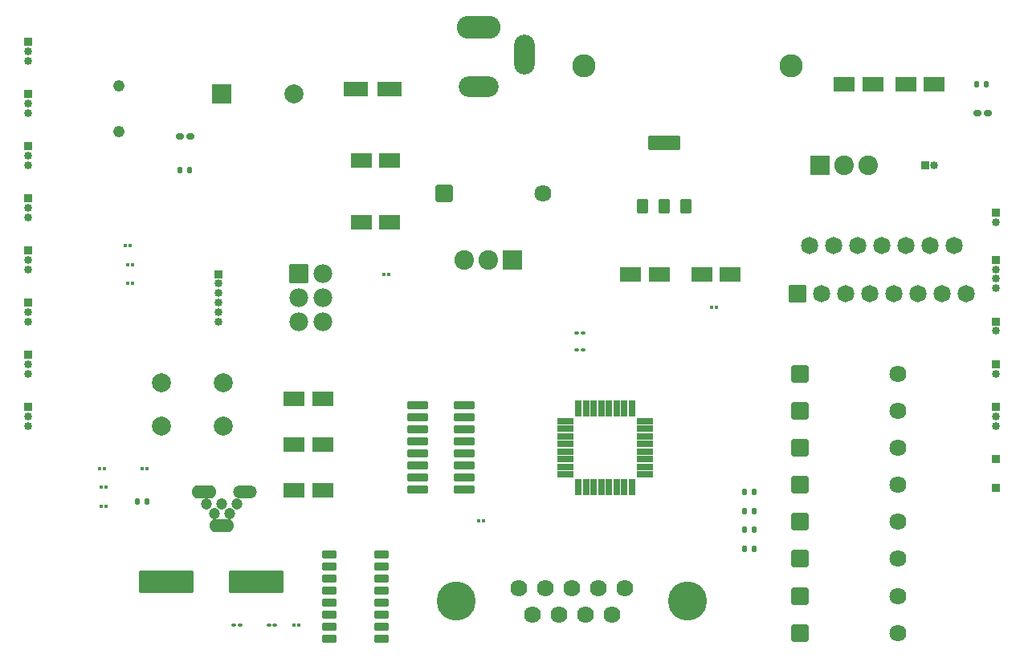
<source format=gbr>
%TF.GenerationSoftware,KiCad,Pcbnew,9.0.1*%
%TF.CreationDate,2026-02-02T13:33:26+05:30*%
%TF.ProjectId,robotics_controller,726f626f-7469-4637-935f-636f6e74726f,rev?*%
%TF.SameCoordinates,Original*%
%TF.FileFunction,Soldermask,Top*%
%TF.FilePolarity,Negative*%
%FSLAX46Y46*%
G04 Gerber Fmt 4.6, Leading zero omitted, Abs format (unit mm)*
G04 Created by KiCad (PCBNEW 9.0.1) date 2026-02-02 13:33:26*
%MOMM*%
%LPD*%
G01*
G04 APERTURE LIST*
G04 Aperture macros list*
%AMRoundRect*
0 Rectangle with rounded corners*
0 $1 Rounding radius*
0 $2 $3 $4 $5 $6 $7 $8 $9 X,Y pos of 4 corners*
0 Add a 4 corners polygon primitive as box body*
4,1,4,$2,$3,$4,$5,$6,$7,$8,$9,$2,$3,0*
0 Add four circle primitives for the rounded corners*
1,1,$1+$1,$2,$3*
1,1,$1+$1,$4,$5*
1,1,$1+$1,$6,$7*
1,1,$1+$1,$8,$9*
0 Add four rect primitives between the rounded corners*
20,1,$1+$1,$2,$3,$4,$5,0*
20,1,$1+$1,$4,$5,$6,$7,0*
20,1,$1+$1,$6,$7,$8,$9,0*
20,1,$1+$1,$8,$9,$2,$3,0*%
G04 Aperture macros list end*
%ADD10RoundRect,0.085050X0.481950X-0.671950X0.481950X0.671950X-0.481950X0.671950X-0.481950X-0.671950X0*%
%ADD11RoundRect,0.113550X1.608450X-0.643450X1.608450X0.643450X-1.608450X0.643450X-1.608450X-0.643450X0*%
%ADD12RoundRect,0.102000X0.930000X0.930000X-0.930000X0.930000X-0.930000X-0.930000X0.930000X-0.930000X0*%
%ADD13C,2.064000*%
%ADD14RoundRect,0.100000X-0.130000X-0.100000X0.130000X-0.100000X0.130000X0.100000X-0.130000X0.100000X0*%
%ADD15R,2.200000X1.600000*%
%ADD16R,0.850000X0.850000*%
%ADD17C,0.850000*%
%ADD18RoundRect,0.075000X-0.125000X-0.075000X0.125000X-0.075000X0.125000X0.075000X-0.125000X0.075000X0*%
%ADD19RoundRect,0.102000X-0.795000X-0.795000X0.795000X-0.795000X0.795000X0.795000X-0.795000X0.795000X0*%
%ADD20C,1.794000*%
%ADD21RoundRect,0.135000X-0.135000X-0.185000X0.135000X-0.185000X0.135000X0.185000X-0.135000X0.185000X0*%
%ADD22RoundRect,0.160000X0.222500X0.160000X-0.222500X0.160000X-0.222500X-0.160000X0.222500X-0.160000X0*%
%ADD23RoundRect,0.102000X-0.889000X-0.889000X0.889000X-0.889000X0.889000X0.889000X-0.889000X0.889000X0*%
%ADD24C,1.982000*%
%ADD25C,4.114800*%
%ADD26C,1.778800*%
%ADD27O,4.604000X2.404000*%
%ADD28O,4.204000X2.204000*%
%ADD29O,2.204000X4.204000*%
%ADD30RoundRect,0.102000X0.810000X-0.810000X0.810000X0.810000X-0.810000X0.810000X-0.810000X-0.810000X0*%
%ADD31C,1.824000*%
%ADD32C,1.204000*%
%ADD33O,2.620000X1.412000*%
%ADD34O,2.504000X1.354000*%
%ADD35RoundRect,0.250000X-1.050000X-0.550000X1.050000X-0.550000X1.050000X0.550000X-1.050000X0.550000X0*%
%ADD36R,2.000000X2.000000*%
%ADD37C,2.000000*%
%ADD38RoundRect,0.100500X-0.986500X-0.301500X0.986500X-0.301500X0.986500X0.301500X-0.986500X0.301500X0*%
%ADD39RoundRect,0.103000X-0.654000X-0.309000X0.654000X-0.309000X0.654000X0.309000X-0.654000X0.309000X0*%
%ADD40C,1.211000*%
%ADD41RoundRect,0.102000X2.800000X1.050000X-2.800000X1.050000X-2.800000X-1.050000X2.800000X-1.050000X0*%
%ADD42RoundRect,0.135000X0.135000X0.185000X-0.135000X0.185000X-0.135000X-0.185000X0.135000X-0.185000X0*%
%ADD43C,2.454000*%
%ADD44RoundRect,0.102000X-0.930000X-0.930000X0.930000X-0.930000X0.930000X0.930000X-0.930000X0.930000X0*%
%ADD45RoundRect,0.160000X-0.222500X-0.160000X0.222500X-0.160000X0.222500X0.160000X-0.222500X0.160000X0*%
%ADD46RoundRect,0.094250X0.742750X0.282750X-0.742750X0.282750X-0.742750X-0.282750X0.742750X-0.282750X0*%
%ADD47RoundRect,0.094250X0.282750X0.742750X-0.282750X0.742750X-0.282750X-0.742750X0.282750X-0.742750X0*%
G04 APERTURE END LIST*
D10*
%TO.C,U1*%
X198210000Y-57845000D03*
X200500000Y-57845000D03*
X202790000Y-57845000D03*
D11*
X200500000Y-51155000D03*
%TD*%
D12*
%TO.C,Q1*%
X184500000Y-63500000D03*
D13*
X181960000Y-63500000D03*
X179420000Y-63500000D03*
%TD*%
D14*
%TO.C,C20*%
X155180000Y-102000000D03*
X155820000Y-102000000D03*
%TD*%
D15*
%TO.C,C26*%
X161500000Y-87850000D03*
X164500000Y-87850000D03*
%TD*%
D16*
%TO.C,J15*%
X235500000Y-58500000D03*
D17*
X235500000Y-59500000D03*
%TD*%
D15*
%TO.C,C24*%
X161500000Y-78150000D03*
X164500000Y-78150000D03*
%TD*%
D18*
%TO.C,C8*%
X141200000Y-87500000D03*
X141700000Y-87500000D03*
%TD*%
%TO.C,C16*%
X143975000Y-64000000D03*
X144475000Y-64000000D03*
%TD*%
%TO.C,C15*%
X143725000Y-62000000D03*
X144225000Y-62000000D03*
%TD*%
%TO.C,C17*%
X143975000Y-66000000D03*
X144475000Y-66000000D03*
%TD*%
D19*
%TO.C,D2*%
X214803000Y-75500000D03*
D20*
X225197000Y-75500000D03*
%TD*%
D16*
%TO.C,J12*%
X133500000Y-73500000D03*
D17*
X133500000Y-74500000D03*
X133500000Y-75500000D03*
%TD*%
D19*
%TO.C,D7*%
X214803000Y-95050000D03*
D20*
X225197000Y-95050000D03*
%TD*%
D21*
%TO.C,R4*%
X209000000Y-88010000D03*
X210020000Y-88010000D03*
%TD*%
D14*
%TO.C,C12*%
X191335000Y-71250000D03*
X191975000Y-71250000D03*
%TD*%
D19*
%TO.C,D3*%
X214803000Y-79410000D03*
D20*
X225197000Y-79410000D03*
%TD*%
D22*
%TO.C,D11*%
X150572500Y-50500000D03*
X149427500Y-50500000D03*
%TD*%
D16*
%TO.C,J17*%
X235500000Y-74500000D03*
D17*
X235500000Y-75500000D03*
%TD*%
D14*
%TO.C,C13*%
X191335000Y-73000000D03*
X191975000Y-73000000D03*
%TD*%
D18*
%TO.C,C9*%
X145475000Y-85500000D03*
X145975000Y-85500000D03*
%TD*%
%TO.C,C10*%
X181000000Y-91000000D03*
X181500000Y-91000000D03*
%TD*%
D16*
%TO.C,J11*%
X133500000Y-68000000D03*
D17*
X133500000Y-69000000D03*
X133500000Y-70000000D03*
%TD*%
D23*
%TO.C,X1*%
X161960000Y-64920000D03*
D24*
X164500000Y-64920000D03*
X161960000Y-67460000D03*
X164500000Y-67460000D03*
X161960000Y-70000000D03*
X164500000Y-70000000D03*
%TD*%
D18*
%TO.C,C4*%
X171000000Y-65000000D03*
X171500000Y-65000000D03*
%TD*%
D15*
%TO.C,C3*%
X168600000Y-59500000D03*
X171600000Y-59500000D03*
%TD*%
D19*
%TO.C,D9*%
X214803000Y-102870000D03*
D20*
X225197000Y-102870000D03*
%TD*%
D21*
%TO.C,R5*%
X209000000Y-90000000D03*
X210020000Y-90000000D03*
%TD*%
D15*
%TO.C,C6*%
X204500000Y-65000000D03*
X207500000Y-65000000D03*
%TD*%
%TO.C,C25*%
X161500000Y-83000000D03*
X164500000Y-83000000D03*
%TD*%
D18*
%TO.C,C7*%
X205500000Y-68500000D03*
X206000000Y-68500000D03*
%TD*%
D19*
%TO.C,D5*%
X214803000Y-87230000D03*
D20*
X225197000Y-87230000D03*
%TD*%
D25*
%TO.C,CON1*%
X178616000Y-99500000D03*
X203000000Y-99500000D03*
D26*
X196396000Y-98103000D03*
X193602000Y-98103000D03*
X190808000Y-98103000D03*
X188014000Y-98103000D03*
X185220000Y-98103000D03*
X194999000Y-100897000D03*
X192205000Y-100897000D03*
X189411000Y-100897000D03*
X186617000Y-100897000D03*
%TD*%
D27*
%TO.C,J1*%
X181000000Y-38950000D03*
D28*
X181000000Y-45250000D03*
D29*
X185800000Y-41850000D03*
%TD*%
D16*
%TO.C,J13*%
X133500000Y-79000000D03*
D17*
X133500000Y-80000000D03*
X133500000Y-81000000D03*
%TD*%
D16*
%TO.C,J16*%
X235500000Y-70000000D03*
D17*
X235500000Y-71000000D03*
%TD*%
D30*
%TO.C,U3*%
X214610000Y-67080000D03*
D31*
X215880000Y-62000000D03*
X217150000Y-67080000D03*
X218420000Y-62000000D03*
X219690000Y-67080000D03*
X220960000Y-62000000D03*
X222230000Y-67080000D03*
X223500000Y-62000000D03*
X224770000Y-67080000D03*
X226040000Y-62000000D03*
X227310000Y-67080000D03*
X228580000Y-62000000D03*
X229850000Y-67080000D03*
X231120000Y-62000000D03*
X232390000Y-67080000D03*
%TD*%
D15*
%TO.C,C23*%
X222500000Y-45000000D03*
X219500000Y-45000000D03*
%TD*%
D32*
%TO.C,J6*%
X152300000Y-89250000D03*
X153100000Y-90250000D03*
X153900000Y-89250000D03*
X154700000Y-90250000D03*
X155500000Y-89250000D03*
D33*
X152000000Y-88000000D03*
D34*
X156300000Y-88000000D03*
D33*
X153900000Y-91500000D03*
%TD*%
D35*
%TO.C,C1*%
X168000000Y-45500000D03*
X171600000Y-45500000D03*
%TD*%
D36*
%TO.C,BZ1*%
X153900000Y-46000000D03*
D37*
X161500000Y-46000000D03*
%TD*%
D18*
%TO.C,C14*%
X141200000Y-89500000D03*
X141700000Y-89500000D03*
%TD*%
D38*
%TO.C,U5*%
X174500000Y-78880000D03*
X174500000Y-80150000D03*
X174500000Y-81420000D03*
X174500000Y-82690000D03*
X174500000Y-83960000D03*
X174500000Y-85230000D03*
X174500000Y-86500000D03*
X174500000Y-87770000D03*
X179450000Y-87770000D03*
X179450000Y-86500000D03*
X179450000Y-85230000D03*
X179450000Y-83960000D03*
X179450000Y-82690000D03*
X179450000Y-81420000D03*
X179450000Y-80150000D03*
X179450000Y-78880000D03*
%TD*%
D39*
%TO.C,U6*%
X165250000Y-94555000D03*
X165250000Y-95825000D03*
X165250000Y-97095000D03*
X165250000Y-98365000D03*
X165250000Y-99635000D03*
X165250000Y-100905000D03*
X165250000Y-102175000D03*
X165250000Y-103445000D03*
X170750000Y-103445000D03*
X170750000Y-102175000D03*
X170750000Y-100905000D03*
X170750000Y-99635000D03*
X170750000Y-98365000D03*
X170750000Y-97095000D03*
X170750000Y-95825000D03*
X170750000Y-94555000D03*
%TD*%
D19*
%TO.C,D4*%
X214803000Y-83320000D03*
D20*
X225197000Y-83320000D03*
%TD*%
D40*
%TO.C,Y1*%
X143000000Y-50000000D03*
X143000000Y-45120000D03*
%TD*%
D19*
%TO.C,D8*%
X214803000Y-98960000D03*
D20*
X225197000Y-98960000D03*
%TD*%
D18*
%TO.C,C11*%
X140975000Y-85500000D03*
X141475000Y-85500000D03*
%TD*%
D41*
%TO.C,Y2*%
X157500000Y-97500000D03*
X148000000Y-97500000D03*
%TD*%
D16*
%TO.C,J20*%
X235500000Y-84500000D03*
%TD*%
D42*
%TO.C,R1*%
X146000000Y-89000000D03*
X144980000Y-89000000D03*
%TD*%
D15*
%TO.C,C22*%
X226000000Y-45000000D03*
X229000000Y-45000000D03*
%TD*%
D21*
%TO.C,R7*%
X209000000Y-93980000D03*
X210020000Y-93980000D03*
%TD*%
D16*
%TO.C,J9*%
X235500000Y-63500000D03*
D17*
X235500000Y-64500000D03*
X235500000Y-65500000D03*
X235500000Y-66500000D03*
%TD*%
D16*
%TO.C,J21*%
X235500000Y-87550000D03*
%TD*%
%TO.C,J8*%
X133500000Y-62500000D03*
D17*
X133500000Y-63500000D03*
X133500000Y-64500000D03*
%TD*%
D19*
%TO.C,D6*%
X214803000Y-91140000D03*
D20*
X225197000Y-91140000D03*
%TD*%
D18*
%TO.C,C21*%
X161500000Y-102000000D03*
X162000000Y-102000000D03*
%TD*%
D16*
%TO.C,J10*%
X153500000Y-65000000D03*
D17*
X153500000Y-66000000D03*
X153500000Y-67000000D03*
X153500000Y-68000000D03*
X153500000Y-69000000D03*
X153500000Y-70000000D03*
%TD*%
D43*
%TO.C,F1*%
X192080000Y-43000000D03*
X213920000Y-43000000D03*
%TD*%
D44*
%TO.C,U4*%
X216920000Y-53500000D03*
D13*
X219460000Y-53500000D03*
X222000000Y-53500000D03*
%TD*%
D16*
%TO.C,J2*%
X133500000Y-40500000D03*
D17*
X133500000Y-41500000D03*
X133500000Y-42500000D03*
%TD*%
D16*
%TO.C,J5*%
X133500000Y-57000000D03*
D17*
X133500000Y-58000000D03*
X133500000Y-59000000D03*
%TD*%
D45*
%TO.C,D10*%
X233510000Y-48000000D03*
X234655000Y-48000000D03*
%TD*%
D21*
%TO.C,R8*%
X233490000Y-45000000D03*
X234510000Y-45000000D03*
%TD*%
D15*
%TO.C,C2*%
X168600000Y-53000000D03*
X171600000Y-53000000D03*
%TD*%
D21*
%TO.C,R2*%
X149480000Y-54000000D03*
X150500000Y-54000000D03*
%TD*%
D14*
%TO.C,C19*%
X158860000Y-102000000D03*
X159500000Y-102000000D03*
%TD*%
D15*
%TO.C,C5*%
X200000000Y-65000000D03*
X197000000Y-65000000D03*
%TD*%
D37*
%TO.C,SW1*%
X147500000Y-76500000D03*
X154000000Y-76500000D03*
X147500000Y-81000000D03*
X154000000Y-81000000D03*
%TD*%
D16*
%TO.C,J19*%
X235500000Y-79000000D03*
D17*
X235500000Y-80000000D03*
X235500000Y-81000000D03*
%TD*%
D21*
%TO.C,R6*%
X209000000Y-91990000D03*
X210020000Y-91990000D03*
%TD*%
D16*
%TO.C,J18*%
X228000000Y-53500000D03*
D17*
X229000000Y-53500000D03*
%TD*%
D16*
%TO.C,J4*%
X133500000Y-51500000D03*
D17*
X133500000Y-52500000D03*
X133500000Y-53500000D03*
%TD*%
D16*
%TO.C,J3*%
X133500000Y-46000000D03*
D17*
X133500000Y-47000000D03*
X133500000Y-48000000D03*
%TD*%
D19*
%TO.C,D1*%
X177303000Y-56500000D03*
D20*
X187697000Y-56500000D03*
%TD*%
D46*
%TO.C,U2*%
X198470000Y-86130000D03*
X198470000Y-85330000D03*
X198470000Y-84530000D03*
X198470000Y-83730000D03*
X198470000Y-82930000D03*
X198470000Y-82130000D03*
X198470000Y-81330000D03*
X198470000Y-80530000D03*
D47*
X197100000Y-79160000D03*
X196300000Y-79160000D03*
X195500000Y-79160000D03*
X194700000Y-79160000D03*
X193900000Y-79160000D03*
X193100000Y-79160000D03*
X192300000Y-79160000D03*
X191500000Y-79160000D03*
D46*
X190130000Y-80530000D03*
X190130000Y-81330000D03*
X190130000Y-82130000D03*
X190130000Y-82930000D03*
X190130000Y-83730000D03*
X190130000Y-84530000D03*
X190130000Y-85330000D03*
X190130000Y-86130000D03*
D47*
X191500000Y-87500000D03*
X192300000Y-87500000D03*
X193100000Y-87500000D03*
X193900000Y-87500000D03*
X194700000Y-87500000D03*
X195500000Y-87500000D03*
X196300000Y-87500000D03*
X197100000Y-87500000D03*
%TD*%
M02*

</source>
